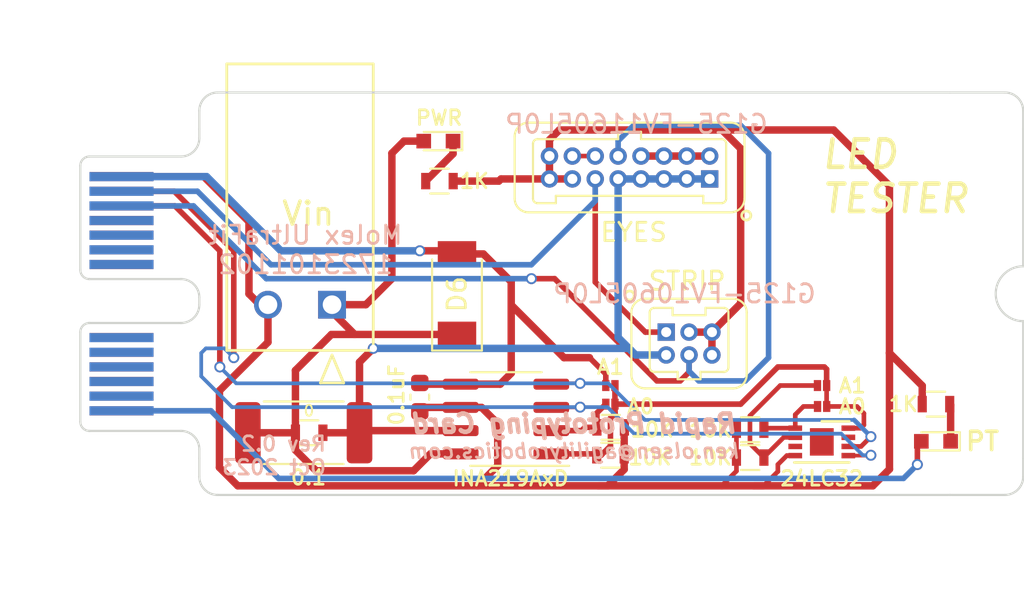
<source format=kicad_pcb>
(kicad_pcb (version 20211014) (generator pcbnew)
  (title_block (title "Beetje 32U4 Blok") (date "2018-08-10") (rev "0.0") (company "www.MakersBox.us") (comment 1 "648.ken@gmail.com"))
  (layers (0 "F.Cu" signal) (31 "B.Cu" signal) (34 "B.Paste" user) (35 "F.Paste" user) (36 "B.SilkS" user "B.Silkscreen") (37 "F.SilkS" user "F.Silkscreen") (38 "B.Mask" user) (39 "F.Mask" user) (44 "Edge.Cuts" user))
  (net 0 "")
  (net 1 "/10")
  (net 2 "/LED2")
  (net 3 "/05")
  (net 4 "/06")
  (net 5 "/07")
  (net 6 "/08")
  (net 7 "/09")
  (net 8 "/11")
  (net 9 "/12")
  (net 10 "/18")
  (net 11 "/19")
  (net 12 "/20")
  (net 13 "/Vin")
  (net 14 "GND")
  (net 15 "+5V")
  (net 16 "/LED1")
  (net 17 "Net-(D1-Pad1)")
  (net 18 "/PT1_P")
  (net 20 "/PT2_P")
  (net 21 "/VSS")
  (net 22 "/04")
  (net 23 "/13")
  (net 24 "/14")
  (net 25 "/15")
  (net 26 "/16")
  (net 27 "/17")
  (net 28 "/SCL")
  (net 29 "/SDA")
  (net 30 "/D_IN")
  (net 31 "/03")
  (net 32 "Net-(X1-Pad10)")
  (net 33 "Net-(D4-Pad1)")
  (net 34 "Net-(U2-Pad2)")
  (net 35 "Net-(U1-Pad1)")
  (net 36 "Net-(U1-Pad2)")
  (footprint "footprints:MEC8-113-CARD_2" (layer "F.Cu") (at 0 -0.1 90)
    (fp_text reference "X0" hide)
    (fp_text value "Card Edge")
    (fp_line (start 17.5 0.5) (end 17.5 5.5) (layer "Edge.Cuts") (width 0.12))
    (fp_line (start 2.5 0.5) (end 2.5 5.5) (layer "Edge.Cuts") (width 0.12))
    (fp_line (start 9.4 6.5) (end 9.8 6.5) (layer "Edge.Cuts") (width 0.12))
    (fp_line (start 11.5 51.5) (end 19 51.5) (layer "Edge.Cuts") (width 0.12))
    (fp_line (start 1 6.5) (end 1.5 6.5) (layer "Edge.Cuts") (width 0.12))
    (fp_line (start 19 51.5) (end 20 51.5) (layer "Edge.Cuts") (width 0.12))
    (fp_line (start 3 0) (end 7.9 0) (layer "Edge.Cuts") (width 0.12))
    (fp_line (start 10.8 5.5) (end 10.8 0.5) (layer "Edge.Cuts") (width 0.12))
    (fp_line (start -1 50.5) (end -1 47.5) (layer "Edge.Cuts") (width 0.12))
    (fp_line (start 8.4 0.5) (end 8.4 5.5) (layer "Edge.Cuts") (width 0.12))
    (fp_line (start 17 0) (end 11.3 0) (layer "Edge.Cuts") (width 0.12))
    (fp_line (start 18.5 6.5) (end 19 6.5) (layer "Edge.Cuts") (width 0.12))
    (fp_line (start 0 6.5) (end 1 6.5) (layer "Edge.Cuts") (width 0.12))
    (fp_line (start 21 50.5) (end 21 47.5) (layer "Edge.Cuts") (width 0.12))
    (fp_line (start 8.5 51.5) (end 1 51.5) (layer "Edge.Cuts") (width 0.12))
    (fp_line (start -1 47.5) (end -1 7.5) (layer "Edge.Cuts") (width 0.12))
    (fp_line (start 0 51.5) (end 1 51.5) (layer "Edge.Cuts") (width 0.12))
    (fp_line (start 19 6.5) (end 20 6.5) (layer "Edge.Cuts") (width 0.12))
    (fp_line (start 21 7.5) (end 21 47.5) (layer "Edge.Cuts") (width 0.12))
    (fp_arc (start 9.4 6.5) (mid 8.692893 6.207107) (end 8.4 5.5) (layer "Edge.Cuts") (width 0.12))
    (fp_arc (start 17 0) (mid 17.353553 0.146447) (end 17.5 0.5) (layer "Edge.Cuts") (width 0.12))
    (fp_arc (start 8.5 51.5) (mid 10 50) (end 11.5 51.5) (layer "Edge.Cuts") (width 0.12))
    (fp_arc (start 10.8 5.5) (mid 10.507107 6.207107) (end 9.8 6.5) (layer "Edge.Cuts") (width 0.12))
    (fp_arc (start -1 7.5) (mid -0.707107 6.792893) (end 0 6.5) (layer "Edge.Cuts") (width 0.12))
    (fp_arc (start 7.9 0) (mid 8.253553 0.146447) (end 8.4 0.5) (layer "Edge.Cuts") (width 0.12))
    (fp_arc (start 20 6.5) (mid 20.707107 6.792893) (end 21 7.5) (layer "Edge.Cuts") (width 0.12))
    (fp_arc (start 21 50.5) (mid 20.707107 51.207107) (end 20 51.5) (layer "Edge.Cuts") (width 0.12))
    (fp_arc (start 2.5 5.5) (mid 2.207107 6.207107) (end 1.5 6.5) (layer "Edge.Cuts") (width 0.12))
    (fp_arc (start 18.5 6.5) (mid 17.792893 6.207107) (end 17.5 5.5) (layer "Edge.Cuts") (width 0.12))
    (fp_arc (start 10.8 0.5) (mid 10.946447 0.146447) (end 11.3 0) (layer "Edge.Cuts") (width 0.12))
    (fp_arc (start 2.5 0.5) (mid 2.646447 0.146447) (end 3 0) (layer "Edge.Cuts") (width 0.12))
    (fp_arc (start 0 51.5) (mid -0.707107 51.207107) (end -1 50.5) (layer "Edge.Cuts") (width 0.12))
    (pad "1" smd rect locked (at 3.6 2.25 90) (size 0.5 3.5) (layers "B.Cu" "B.Paste" "B.Mask") (net 16 "/LED1"))
    (pad "2" smd rect locked (at 4.4 2.25 90) (size 0.5 3.5) (layers "B.Cu" "B.Paste" "B.Mask") (net 2 "/LED2"))
    (pad "3" smd rect locked (at 5.2 2.25 90) (size 0.5 3.5) (layers "B.Cu" "B.Paste" "B.Mask") (net 31 "/03"))
    (pad "4" smd rect locked (at 6 2.25 90) (size 0.5 3.5) (layers "B.Cu" "B.Paste" "B.Mask") (net 22 "/04"))
    (pad "5" smd rect locked (at 6.8 2.25 90) (size 0.5 3.5) (layers "B.Cu" "B.Paste" "B.Mask") (net 3 "/05"))
    (pad "6" smd rect locked (at 7.6 2.25 90) (size 0.5 3.5) (layers "B.Cu" "B.Paste" "B.Mask") (net 4 "/06"))
    (pad "7" smd rect locked (at 11.6 2.25 90) (size 0.5 3.5) (layers "B.Cu" "B.Paste" "B.Mask") (net 5 "/07"))
    (pad "8" smd rect locked (at 12.4 2.25 90) (size 0.5 3.5) (layers "B.Cu" "B.Paste" "B.Mask") (net 6 "/08"))
    (pad "9" smd rect locked (at 13.2 2.25 90) (size 0.5 3.5) (layers "B.Cu" "B.Paste" "B.Mask") (net 7 "/09"))
    (pad "10" smd rect locked (at 14 2.25 90) (size 0.5 3.5) (layers "B.Cu" "B.Paste" "B.Mask") (net 1 "/10"))
    (pad "11" smd rect locked (at 14.8 2.25 90) (size 0.5 3.5) (layers "B.Cu" "B.Paste" "B.Mask") (net 18 "/PT1_P"))
    (pad "12" smd rect locked (at 15.6 2.25 90) (size 0.5 3.5) (layers "B.Cu" "B.Paste" "B.Mask") (net 30 "/D_IN"))
    (pad "13" smd rect locked (at 16.4 2.25 90) (size 0.5 3.5) (layers "B.Cu" "B.Paste" "B.Mask") (net 15 "+5V"))
    (pad "14" smd rect locked (at 3.6 2.25 90) (size 0.5 3.5) (layers "F.Cu" "F.Paste" "F.Mask") (net 8 "/11"))
    (pad "15" smd rect locked (at 4.4 2.25 90) (size 0.5 3.5) (layers "F.Cu" "F.Paste" "F.Mask") (net 9 "/12"))
    (pad "16" smd rect locked (at 5.2 2.25 90) (size 0.5 3.5) (layers "F.Cu" "F.Paste" "F.Mask") (net 23 "/13"))
    (pad "17" smd rect locked (at 6 2.25 90) (size 0.5 3.5) (layers "F.Cu" "F.Paste" "F.Mask") (net 24 "/14"))
    (pad "18" smd rect locked (at 6.8 2.25 90) (size 0.5 3.5) (layers "F.Cu" "F.Paste" "F.Mask") (net 25 "/15"))
    (pad "19" smd rect locked (at 7.6 2.25 90) (size 0.5 3.5) (layers "F.Cu" "F.Paste" "F.Mask") (net 26 "/16"))
    (pad "20" smd rect locked (at 11.6 2.25 90) (size 0.5 3.5) (layers "F.Cu" "F.Paste" "F.Mask") (net 27 "/17"))
    (pad "21" smd rect locked (at 12.4 2.25 90) (size 0.5 3.5) (layers "F.Cu" "F.Paste" "F.Mask") (net 10 "/18"))
    (pad "22" smd rect locked (at 13.2 2.25 90) (size 0.5 3.5) (layers "F.Cu" "F.Paste" "F.Mask") (net 11 "/19"))
    (pad "23" smd rect locked (at 14 2.25 90) (size 0.5 3.5) (layers "F.Cu" "F.Paste" "F.Mask") (net 12 "/20"))
    (pad "24" smd rect locked (at 14.8 2.25 90) (size 0.5 3.5) (layers "F.Cu" "F.Paste" "F.Mask") (net 28 "/SCL"))
    (pad "25" smd rect locked (at 15.6 2.25 90) (size 0.5 3.5) (layers "F.Cu" "F.Paste" "F.Mask") (net 29 "/SDA"))
    (pad "26" smd rect locked (at 16.4 2.25 90) (size 0.5 3.5) (layers "F.Cu" "F.Paste" "F.Mask") (net 14 "GND"))
  )
  (footprint "Capacitor_SMD:C_0603_1608Metric" (layer "F.Cu") (at 18.542 -4.445 -90)
    (fp_text reference "C1" hide)
    (fp_text value "0.1uF" (at -0.127 1.27 90) (layer "F.SilkS") (effects (font (size 0.8 0.8))))
    (fp_line (start -0.14058 0.51) (end 0.14058 0.51) (layer "F.SilkS") (width 0.12))
    (fp_line (start -0.14058 -0.51) (end 0.14058 -0.51) (layer "F.SilkS") (width 0.12))
    (pad "1" smd roundrect locked (at -0.775 0 270) (size 0.9 0.95) (layers "F.Cu" "F.Paste" "F.Mask") (net 15 "+5V"))
    (pad "2" smd roundrect locked (at 0.775 0 270) (size 0.9 0.95) (layers "F.Cu" "F.Paste" "F.Mask") (net 14 "GND"))
  )
  (footprint "footprints:R_0603" (layer "F.Cu") (at 12.5 -2.5 180)
    (fp_text reference "R8")
    (fp_text value "0" (at 0.0125 1.2 180) (layer "F.SilkS") (effects (font (size 0.6 0.6) (thickness 0.1))))
    (fp_line (start -0.5 -0.68) (end 0.5 -0.68) (layer "F.SilkS") (width 0.12))
    (fp_line (start 0.5 0.68) (end -0.5 0.68) (layer "F.SilkS") (width 0.12))
    (pad "1" smd rect locked (at -0.75 0 180) (size 0.5 0.9) (layers "F.Cu" "F.Paste" "F.Mask") (net 21 "/VSS"))
    (pad "2" smd rect locked (at 0.75 0 180) (size 0.5 0.9) (layers "F.Cu" "F.Paste" "F.Mask") (net 13 "/Vin"))
  )
  (footprint "footprints:Ultrafit2P" (layer "F.Cu") (at 13.75 -9.5 180)
    (fp_text reference "J4" hide)
    (fp_text value "Vin" (at 1.304 4.978 180) (layer "F.SilkS") (effects (font (size 1.25 1.25) (thickness 0.2))))
    (fp_line (start -2.250008 13.16) (end 5.749976 13.16) (layer "F.SilkS") (width 0.1524))
    (fp_line (start 5.749976 -2.500003) (end -2.250008 -2.500003) (layer "F.SilkS") (width 0.1524))
    (fp_line (start 0 -2.754003) (end 0.635 -4.278002) (layer "F.SilkS") (width 0.1524))
    (fp_line (start -2.250008 -2.500003) (end -2.250008 13.16) (layer "F.SilkS") (width 0.1524))
    (fp_line (start 5.749976 13.16) (end 5.749976 -2.500003) (layer "F.SilkS") (width 0.1524))
    (fp_line (start 0.635 -4.278002) (end -0.635 -4.278002) (layer "F.SilkS") (width 0.1524))
    (fp_line (start -0.635 -4.278002) (end 0 -2.754003) (layer "F.SilkS") (width 0.1524))
    (pad "" np_thru_hole circle locked (at 1.75 7.91 180) (size 3.048 3.048) (drill 3.048) (layers *.Cu *.Mask))
    (pad "1" thru_hole rect locked (at 0 0 180) (size 1.52 1.52) (drill 1.016) (layers *.Cu *.Mask) (net 13 "/Vin"))
    (pad "2" thru_hole circle locked (at 3.500001 0 180) (size 1.52 1.52) (drill 1.016) (layers *.Cu *.Mask) (net 14 "GND"))
  )
  (footprint "Resistor_SMD:R_2512_6332Metric_Pad1.40x3.35mm_HandSolder" (layer "F.Cu") (at 12.2 -2.5 180)
    (fp_text reference "R6" hide)
    (fp_text value "0.1" (at -0.2625 -2.45) (layer "F.SilkS") (effects (font (size 0.8 0.8))))
    (fp_line (start -2.177064 1.71) (end 2.177064 1.71) (layer "F.SilkS") (width 0.12))
    (fp_line (start -2.177064 -1.71) (end 2.177064 -1.71) (layer "F.SilkS") (width 0.12))
    (pad "1" smd roundrect locked (at -3.05 0 180) (size 1.4 3.35) (layers "F.Cu" "F.Paste" "F.Mask") (roundrect_rratio 0.178571) (net 21 "/VSS"))
    (pad "2" smd roundrect locked (at 3.05 0 180) (size 1.4 3.35) (layers "F.Cu" "F.Paste" "F.Mask") (roundrect_rratio 0.178571) (net 13 "/Vin"))
  )
  (footprint "Package_SO:SOIC-8_3.9x4.9mm_P1.27mm" (layer "F.Cu") (at 23.25 -3.25 180)
    (fp_text reference "U2" hide)
    (fp_text value "INA219AxD" (at -0.25 -3.25) (layer "F.SilkS") (effects (font (size 0.8 0.8))))
    (fp_line (start 0 2.56) (end 1.95 2.56) (layer "F.SilkS") (width 0.12))
    (fp_line (start 0 -2.56) (end 1.95 -2.56) (layer "F.SilkS") (width 0.12))
    (fp_line (start 0 -2.56) (end -3.45 -2.56) (layer "F.SilkS") (width 0.12))
    (fp_line (start 0 2.56) (end -1.95 2.56) (layer "F.SilkS") (width 0.12))
    (pad "1" smd roundrect locked (at -2.475 -1.905 180) (size 1.95 0.6) (layers "F.Cu" "F.Paste" "F.Mask") (net 15 "+5V"))
    (pad "2" smd roundrect locked (at -2.475 -0.635 180) (size 1.95 0.6) (layers "F.Cu" "F.Paste" "F.Mask") (net 34 "Net-(U2-Pad2)"))
    (pad "3" smd roundrect locked (at -2.475 0.635 180) (size 1.95 0.6) (layers "F.Cu" "F.Paste" "F.Mask") (net 29 "/SDA"))
    (pad "4" smd roundrect locked (at -2.475 1.905 180) (size 1.95 0.6) (layers "F.Cu" "F.Paste" "F.Mask") (net 28 "/SCL"))
    (pad "5" smd roundrect locked (at 2.475 1.905 180) (size 1.95 0.6) (layers "F.Cu" "F.Paste" "F.Mask") (net 15 "+5V"))
    (pad "6" smd roundrect locked (at 2.475 0.635 180) (size 1.95 0.6) (layers "F.Cu" "F.Paste" "F.Mask") (net 14 "GND"))
    (pad "7" smd roundrect locked (at 2.475 -0.635 180) (size 1.95 0.6) (layers "F.Cu" "F.Paste" "F.Mask") (net 21 "/VSS"))
    (pad "8" smd roundrect locked (at 2.475 -1.905 180) (size 1.95 0.6) (layers "F.Cu" "F.Paste" "F.Mask") (net 13 "/Vin"))
  )
  (footprint "footprints:DFN-8-1EP_3x2mm" (layer "F.Cu") (at 40.5 -2)
    (fp_text reference "U1" hide)
    (fp_text value "24LC32" (at 0 2 180) (layer "F.SilkS") (effects (font (size 0.8 0.8))))
    (fp_line (start -1.5 1.125) (end 1.5 1.125) (layer "F.SilkS") (width 0.15))
    (fp_line (start 0 -1.125) (end 1.5 -1.125) (layer "F.SilkS") (width 0.15))
    (pad "1" smd rect locked (at -1.45 -0.75) (size 0.75 0.3) (layers "F.Cu" "F.Paste" "F.Mask") (net 35 "Net-(U1-Pad1)"))
    (pad "2" smd rect locked (at -1.45 -0.25) (size 0.75 0.3) (layers "F.Cu" "F.Paste" "F.Mask") (net 36 "Net-(U1-Pad2)"))
    (pad "3" smd rect locked (at -1.45 0.25) (size 0.75 0.3) (layers "F.Cu" "F.Paste" "F.Mask"))
    (pad "4" smd rect locked (at -1.45 0.75) (size 0.75 0.3) (layers "F.Cu" "F.Paste" "F.Mask") (net 14 "GND"))
    (pad "5" smd rect locked (at 1.45 0.75) (size 0.75 0.3) (layers "F.Cu" "F.Paste" "F.Mask") (net 29 "/SDA"))
    (pad "6" smd rect locked (at 1.45 0.25) (size 0.75 0.3) (layers "F.Cu" "F.Paste" "F.Mask") (net 28 "/SCL"))
    (pad "7" smd rect locked (at 1.45 -0.25) (size 0.75 0.3) (layers "F.Cu" "F.Paste" "F.Mask"))
    (pad "8" smd rect locked (at 1.45 -0.75) (size 0.75 0.3) (layers "F.Cu" "F.Paste" "F.Mask") (net 15 "+5V"))
    (pad "9" smd rect locked (at 0 0) (size 1.3 1.5) (layers "F.Cu" "F.Mask"))
  )
  (footprint "footprints:LED_0603" (layer "F.Cu") (at 19.558 -18.442 180)
    (fp_text reference "D4" hide)
    (fp_text value "PWR" (at -0.038 1.27 unlocked) (layer "F.SilkS") (effects (font (size 0.8 0.8))))
    (fp_line (start -1.3 0.5) (end 0.8 0.5) (layer "F.SilkS") (width 0.12))
    (fp_line (start -1.3 -0.5) (end 0.8 -0.5) (layer "F.SilkS") (width 0.12))
    (fp_line (start -1.3 -0.5) (end -1.3 0.5) (layer "F.SilkS") (width 0.12))
    (pad "1" smd rect locked (at -0.8 0) (size 0.8 0.8) (layers "F.Cu" "F.Paste" "F.Mask") (net 33 "Net-(D4-Pad1)"))
    (pad "2" smd rect locked (at 0.8 0) (size 0.8 0.8) (layers "F.Cu" "F.Paste" "F.Mask") (net 13 "/Vin"))
  )
  (footprint "footprints:R_0603" (layer "F.Cu") (at 19.616 -16.256 180)
    (fp_text reference "R9")
    (fp_text value "1K" (at -1.905 0) (layer "F.SilkS") (effects (font (size 0.8 0.8))))
    (fp_line (start -0.5 -0.68) (end 0.5 -0.68) (layer "F.SilkS") (width 0.12))
    (fp_line (start 0.5 0.68) (end -0.5 0.68) (layer "F.SilkS") (width 0.12))
    (pad "1" smd rect locked (at -0.75 0 180) (size 0.5 0.9) (layers "F.Cu" "F.Paste" "F.Mask") (net 14 "GND"))
    (pad "2" smd rect locked (at 0.75 0 180) (size 0.5 0.9) (layers "F.Cu" "F.Paste" "F.Mask") (net 33 "Net-(D4-Pad1)"))
  )
  (footprint "footprints:LED_0603" (layer "F.Cu") (at 46.736 -2.032 180)
    (fp_text reference "D1" hide)
    (fp_text value "PT" (at -2.54 0 unlocked) (layer "F.SilkS") (effects (font (thickness 0.2))))
    (fp_line (start -1.3 -0.5) (end -1.3 0.5) (layer "F.SilkS") (width 0.12))
    (fp_line (start -1.3 -0.5) (end 0.8 -0.5) (layer "F.SilkS") (width 0.12))
    (fp_line (start -1.3 0.5) (end 0.8 0.5) (layer "F.SilkS") (width 0.12))
    (pad "1" smd rect locked (at -0.8 0) (size 0.8 0.8) (layers "F.Cu" "F.Paste" "F.Mask") (net 17 "Net-(D1-Pad1)"))
    (pad "2" smd rect locked (at 0.8 0) (size 0.8 0.8) (layers "F.Cu" "F.Paste" "F.Mask") (net 16 "/LED1"))
  )
  (footprint "footprints:R_0603" (layer "F.Cu") (at 46.736 -4.064)
    (fp_text reference "R2")
    (fp_text value "1K" (at -1.778 0) (layer "F.SilkS") (effects (font (size 0.8 0.8))))
    (fp_line (start -0.5 -0.68) (end 0.5 -0.68) (layer "F.SilkS") (width 0.12))
    (fp_line (start 0.5 0.68) (end -0.5 0.68) (layer "F.SilkS") (width 0.12))
    (pad "1" smd rect locked (at -0.75 0) (size 0.5 0.9) (layers "F.Cu" "F.Paste" "F.Mask") (net 14 "GND"))
    (pad "2" smd rect locked (at 0.75 0) (size 0.5 0.9) (layers "F.Cu" "F.Paste" "F.Mask") (net 17 "Net-(D1-Pad1)"))
  )
  (footprint "footprints:Harwin_Gecko-G125-FVX0605L0X_2x03_P1.25mm_Vertical" (layer "F.Cu") (at 32 -8)
    (fp_text reference "X2")
    (fp_text value "STRIP" (at 1.147 -2.795) (layer "F.SilkS"))
    (fp_text user "G125-FV10605L0P" (at 1 -2.102) (layer "B.SilkS") (effects (justify mirror)))
    (fp_line (start -0.65 2.175) (end 0.625 2.175) (layer "F.SilkS") (width 0.12))
    (fp_line (start 4.4 -1.075) (end 4.4 2.325) (layer "F.SilkS") (width 0.12))
    (fp_line (start -0.9 -1.075) (end -0.9 1.925) (layer "F.SilkS") (width 0.12))
    (fp_line (start 2.15 -1.325) (end 3.15 -1.325) (layer "F.SilkS") (width 0.12))
    (fp_line (start -1.15 3.075) (end 3.65 3.075) (layer "F.SilkS") (width 0.12))
    (fp_line (start 1.875 2.575) (end 1.875 2.175) (layer "F.SilkS") (width 0.12))
    (fp_line (start 0.625 2.175) (end 0.625 2.575) (layer "F.SilkS") (width 0.12))
    (fp_line (start 1.875 2.175) (end 3.15 2.175) (layer "F.SilkS") (width 0.12))
    (fp_line (start 0.625 2.575) (end 1.875 2.575) (layer "F.SilkS") (width 0.12))
    (fp_line (start -0.65 -1.325) (end 0.35 -1.325) (layer "F.SilkS") (width 0.12))
    (fp_line (start -1.15 -1.825) (end 3.65 -1.825) (layer "F.SilkS") (width 0.12))
    (fp_line (start 3.4 -1.075) (end 3.4 1.925) (layer "F.SilkS") (width 0.12))
    (fp_line (start 2.15 -0.925) (end 2.15 -1.325) (layer "F.SilkS") (width 0.12))
    (fp_line (start 0.35 -0.925) (end 2.15 -0.925) (layer "F.SilkS") (width 0.12))
    (fp_line (start -1.9 -1.075) (end -1.9 2.325) (layer "F.SilkS") (width 0.12))
    (fp_line (start 0.35 -1.325) (end 0.35 -0.925) (layer "F.SilkS") (width 0.12))
    (fp_arc (start -1.15 3.075) (mid -1.68033 2.85533) (end -1.9 2.325) (layer "F.SilkS") (width 0.12))
    (fp_arc (start -0.65 2.175) (mid -0.826777 2.101777) (end -0.9 1.925) (layer "F.SilkS") (width 0.12))
    (fp_arc (start 3.4 1.925) (mid 3.326777 2.101777) (end 3.15 2.175) (layer "F.SilkS") (width 0.12))
    (fp_arc (start -0.9 -1.075) (mid -0.826777 -1.251777) (end -0.65 -1.325) (layer "F.SilkS") (width 0.12))
    (fp_arc (start 3.65 -1.825) (mid 4.18033 -1.60533) (end 4.4 -1.075) (layer "F.SilkS") (width 0.12))
    (fp_arc (start 4.4 2.325) (mid 4.18033 2.85533) (end 3.65 3.075) (layer "F.SilkS") (width 0.12))
    (fp_arc (start 3.15 -1.325) (mid 3.326777 -1.251777) (end 3.4 -1.075) (layer "F.SilkS") (width 0.12))
    (fp_arc (start -1.9 -1.075) (mid -1.68033 -1.60533) (end -1.15 -1.825) (layer "F.SilkS") (width 0.12))
    (fp_circle (center -2 -2) (end -1.75 -2) (layer "F.SilkS") (width 0.15) (fill none))
    (pad "1" thru_hole rect locked (at 0 0) (size 0.95 0.95) (drill 0.55) (layers *.Cu *.Mask) (net 30 "/D_IN"))
    (pad "2" thru_hole circle locked (at 1.25 0) (size 0.95 0.95) (drill 0.55) (layers *.Cu *.Mask) (net 14 "GND"))
    (pad "3" thru_hole circle locked (at 2.5 0) (size 0.95 0.95) (drill 0.55) (layers *.Cu *.Mask) (net 14 "GND"))
    (pad "4" thru_hole circle locked (at 0 1.25) (size 0.95 0.95) (drill 0.55) (layers *.Cu *.Mask) (net 21 "/VSS"))
    (pad "5" thru_hole circle locked (at 1.25 1.25) (size 0.95 0.95) (drill 0.55) (layers *.Cu *.Mask) (net 18 "/PT1_P"))
    (pad "6" thru_hole circle locked (at 2.5 1.25) (size 0.95 0.95) (drill 0.55) (layers *.Cu *.Mask) (net 14 "GND"))
  )
  (footprint "Diode_SMD:D_SOD-128" (layer "F.Cu") (at 20.574 -10.074 90)
    (fp_text reference "D6" (at 0 0 90) (layer "F.SilkS"))
    (fp_text value "D")
    (fp_line (start -3.08 -1.36) (end -3.08 1.36) (layer "F.SilkS") (width 0.12))
    (fp_line (start -3.08 1.36) (end 1.9 1.36) (layer "F.SilkS") (width 0.12))
    (fp_line (start -3.08 -1.36) (end 1.9 -1.36) (layer "F.SilkS") (width 0.12))
    (pad "1" smd rect (at -2.2 0 90) (size 1.4 2.1) (layers "F.Cu" "F.Paste" "F.Mask") (net 13 "/Vin"))
    (pad "2" smd rect (at 2.2 0 90) (size 1.4 2.1) (layers "F.Cu" "F.Paste" "F.Mask") (net 15 "+5V"))
  )
  (footprint "footprints:Jumper" (layer "F.Cu") (at 28.952 -4.064)
    (fp_text reference "A0" (at 1.655 0.127) (layer "F.SilkS") (effects (font (size 0.8 0.8))))
    (fp_text value "Jumper")
    (pad "1" smd rect (at -0.25 0) (size 0.4 0.6) (layers "F.Cu" "F.Paste" "F.Mask") (net 34 "Net-(U2-Pad2)") (clearance 0.1))
    (pad "2" smd rect (at 0.25 0) (size 0.4 0.6) (layers "F.Cu" "F.Paste" "F.Mask") (net 15 "+5V") (clearance 0.1))
  )
  (footprint "footprints:R_0603" (layer "F.Cu") (at 28.956 -1.27)
    (fp_text reference "R3")
    (fp_text value "10K" (at 2.159 0.127 180) (layer "F.SilkS") (effects (font (size 0.8 0.8))))
    (fp_line (start 0.5 0.68) (end -0.5 0.68) (layer "F.SilkS") (width 0.12))
    (fp_line (start -0.5 -0.68) (end 0.5 -0.68) (layer "F.SilkS") (width 0.12))
    (pad "1" smd rect (at -0.75 0) (size 0.5 0.9) (layers "F.Cu" "F.Paste" "F.Mask") (net 15 "+5V"))
    (pad "2" smd rect (at 0.75 0) (size 0.5 0.9) (layers "F.Cu" "F.Paste" "F.Mask") (net 14 "GND"))
  )
  (footprint "footprints:R_0603" (layer "F.Cu") (at 28.968 -2.794)
    (fp_text reference "R1")
    (fp_text value "10K" (at 2.274 0.127 180) (layer "F.SilkS") (effects (font (size 0.8 0.8))))
    (fp_line (start -0.5 -0.68) (end 0.5 -0.68) (layer "F.SilkS") (width 0.12))
    (fp_line (start 0.5 0.68) (end -0.5 0.68) (layer "F.SilkS") (width 0.12))
    (pad "1" smd rect (at -0.75 0) (size 0.5 0.9) (layers "F.Cu" "F.Paste" "F.Mask") (net 34 "Net-(U2-Pad2)"))
    (pad "2" smd rect (at 0.75 0) (size 0.5 0.9) (layers "F.Cu" "F.Paste" "F.Mask") (net 14 "GND"))
  )
  (footprint "footprints:R_0603" (layer "F.Cu") (at 36.588 -1.143 180)
    (fp_text reference "R5")
    (fp_text value "10K" (at 2.171 0) (layer "F.SilkS") (effects (font (size 0.8 0.8))))
    (fp_line (start -0.5 -0.68) (end 0.5 -0.68) (layer "F.SilkS") (width 0.12))
    (fp_line (start 0.5 0.68) (end -0.5 0.68) (layer "F.SilkS") (width 0.12))
    (pad "1" smd rect (at -0.75 0 180) (size 0.5 0.9) (layers "F.Cu" "F.Paste" "F.Mask") (net 36 "Net-(U1-Pad2)"))
    (pad "2" smd rect (at 0.75 0 180) (size 0.5 0.9) (layers "F.Cu" "F.Paste" "F.Mask") (net 14 "GND"))
  )
  (footprint "footprints:R_0603" (layer "F.Cu") (at 36.588 -2.667 180)
    (fp_text reference "R4")
    (fp_text value "10K" (at 2.171 0) (layer "F.SilkS") (effects (font (size 0.8 0.8))))
    (fp_line (start 0.5 0.68) (end -0.5 0.68) (layer "F.SilkS") (width 0.12))
    (fp_line (start -0.5 -0.68) (end 0.5 -0.68) (layer "F.SilkS") (width 0.12))
    (pad "1" smd rect (at -0.75 0 180) (size 0.5 0.9) (layers "F.Cu" "F.Paste" "F.Mask") (net 35 "Net-(U1-Pad1)"))
    (pad "2" smd rect (at 0.75 0 180) (size 0.5 0.9) (layers "F.Cu" "F.Paste" "F.Mask") (net 14 "GND"))
  )
  (footprint "footprints:Jumper" (layer "F.Cu") (at 28.952 -5.08)
    (fp_text reference "A1" (at 0.004 -1.016) (layer "F.SilkS") (effects (font (size 0.8 0.8))))
    (fp_text value "Jumper")
    (pad "1" smd rect (at -0.25 0) (size 0.4 0.6) (layers "F.Cu" "F.Paste" "F.Mask") (net 15 "+5V") (clearance 0.1))
    (pad "2" smd rect (at 0.25 0) (size 0.4 0.6) (layers "F.Cu" "F.Paste" "F.Mask") (net 15 "+5V") (clearance 0.1))
  )
  (footprint "footprints:Harwin_Gecko-G125-FVX1605L0X_2x08_P1.25mm_Vertical" (layer "F.Cu") (at 34.375 -16.375 180)
    (fp_text reference "X1" hide)
    (fp_text value "EYES" (at 4.149 -2.913) (layer "F.SilkS"))
    (fp_text user "G125-FV11605L0P" (at 4 3) (layer "B.SilkS") (effects (justify mirror)))
    (fp_line (start 9.65 -1.075) (end 9.65 1.925) (layer "F.SilkS") (width 0.12))
    (fp_line (start 3.75 2.575) (end 5 2.575) (layer "F.SilkS") (width 0.12))
    (fp_line (start -1.15 3.075) (end 9.9 3.075) (layer "F.SilkS") (width 0.12))
    (fp_line (start -0.9 -1.075) (end -0.9 1.925) (layer "F.SilkS") (width 0.12))
    (fp_line (start -1.15 -1.825) (end 9.9 -1.825) (layer "F.SilkS") (width 0.12))
    (fp_line (start -0.65 2.175) (end 3.75 2.175) (layer "F.SilkS") (width 0.12))
    (fp_line (start 8.4 -0.925) (end 8.4 -1.325) (layer "F.SilkS") (width 0.12))
    (fp_line (start 10.65 -1.075) (end 10.65 2.325) (layer "F.SilkS") (width 0.12))
    (fp_line (start 5 2.175) (end 9.4 2.175) (layer "F.SilkS") (width 0.12))
    (fp_line (start 8.4 -1.325) (end 9.4 -1.325) (layer "F.SilkS") (width 0.12))
    (fp_line (start -1.9 -1.075) (end -1.9 2.325) (layer "F.SilkS") (width 0.12))
    (fp_line (start 0.35 -0.925) (end 8.4 -0.925) (layer "F.SilkS") (width 0.12))
    (fp_line (start 5 2.575) (end 5 2.175) (layer "F.SilkS") (width 0.12))
    (fp_line (start 0.35 -1.325) (end 0.35 -0.925) (layer "F.SilkS") (width 0.12))
    (fp_line (start 3.75 2.175) (end 3.75 2.575) (layer "F.SilkS") (width 0.12))
    (fp_line (start -0.65 -1.325) (end 0.35 -1.325) (layer "F.SilkS") (width 0.12))
    (fp_arc (start -1.9 -1.075) (mid -1.68033 -1.60533) (end -1.15 -1.825) (layer "F.SilkS") (width 0.12))
    (fp_arc (start 9.4 -1.325) (mid 9.576777 -1.251777) (end 9.65 -1.075) (layer "F.SilkS") (width 0.12))
    (fp_arc (start 9.9 -1.825) (mid 10.43033 -1.60533) (end 10.65 -1.075) (layer "F.SilkS") (width 0.12))
    (fp_arc (start 9.65 1.925) (mid 9.576777 2.101777) (end 9.4 2.175) (layer "F.SilkS") (width 0.12))
    (fp_arc (start -0.65 2.175) (mid -0.826777 2.101777) (end -0.9 1.925) (layer "F.SilkS") (width 0.12))
    (fp_arc (start 10.65 2.325) (mid 10.43033 2.85533) (end 9.9 3.075) (layer "F.SilkS") (width 0.12))
    (fp_arc (start -0.9 -1.075) (mid -0.826777 -1.251777) (end -0.65 -1.325) (layer "F.SilkS") (width 0.12))
    (fp_arc (start -1.15 3.075) (mid -1.68033 2.85533) (end -1.9 2.325) (layer "F.SilkS") (width 0.12))
    (fp_circle (center -2 -2) (end -1.75 -2) (layer "F.SilkS") (width 0.15) (fill none))
    (pad "1" thru_hole rect locked (at 0 0 180) (size 0.95 0.95) (drill 0.55) (layers *.Cu *.Mask) (net 21 "/VSS"))
    (pad "2" thru_hole circle locked (at 1.25 0 180) (size 0.95 0.95) (drill 0.55) (layers *.Cu *.Mask) (net 21 "/VSS"))
    (pad "3" thru_hole circle locked (at 2.5 0 180) (size 0.95 0.95) (drill 0.55) (layers *.Cu *.Mask) (net 21 "/VSS"))
    (pad "4" thru_hole circle locked (at 3.75 0 180) (size 0.95 0.95) (drill 0.55) (layers *.Cu *.Mask) (net 21 "/VSS"))
    (pad "5" thru_hole circle locked (at 5 0 180) (size 0.95 0.95) (drill 0.55) (layers *.Cu *.Mask) (net 21 "/VSS"))
    (pad "6" thru_hole circle locked (at 6.25 0 180) (size 0.95 0.95) (drill 0.55) (layers *.Cu *.Mask) (net 30 "/D_IN"))
    (pad "7" thru_hole circle locked (at 7.5 0 180) (size 0.95 0.95) (drill 0.55) (layers *.Cu *.Mask) (net 14 "GND"))
    (pad "8" thru_hole circle locked (at 8.75 0 180) (size 0.95 0.95) (drill 0.55) (layers *.Cu *.Mask) (net 14 "GND"))
    (pad "9" thru_hole circle locked (at 0 1.25 180) (size 0.95 0.95) (drill 0.55) (layers *.Cu *.Mask) (net 32 "Net-(X1-Pad10)"))
    (pad "10" thru_hole circle locked (at 1.25 1.25 180) (size 0.95 0.95) (drill 0.55) (layers *.Cu *.Mask) (net 32 "Net-(X1-Pad10)"))
    (pad "11" thru_hole circle locked (at 2.5 1.25 180) (size 0.95 0.95) (drill 0.55) (layers *.Cu *.Mask) (net 32 "Net-(X1-Pad10)"))
    (pad "12" thru_hole circle locked (at 3.75 1.25 180) (size 0.95 0.95) (drill 0.55) (layers *.Cu *.Mask) (net 32 "Net-(X1-Pad10)"))
    (pad "13" thru_hole circle locked (at 5 1.25 180) (size 0.95 0.95) (drill 0.55) (layers *.Cu *.Mask) (net 18 "/PT1_P"))
    (pad "14" thru_hole circle locked (at 6.25 1.25 180) (size 0.95 0.95) (drill 0.55) (layers *.Cu *.Mask) (net 20 "/PT2_P"))
    (pad "15" thru_hole circle locked (at 7.5 1.25 180) (size 0.95 0.95) (drill 0.55) (layers *.Cu *.Mask) (net 20 "/PT2_P"))
    (pad "16" thru_hole circle locked (at 8.75 1.25 180) (size 0.95 0.95) (drill 0.55) (layers *.Cu *.Mask) (net 14 "GND"))
  )
  (footprint "footprints:Jumper" (layer "F.Cu") (at 40.517 -3.937 180)
    (fp_text reference "A2" hide)
    (fp_text value "A0" (at -1.647 0) (layer "F.SilkS") (effects (font (size 0.8 0.8))))
    (pad "1" smd rect (at -0.25 0 180) (size 0.4 0.6) (layers "F.Cu" "F.Paste" "F.Mask") (net 15 "+5V") (clearance 0.1))
    (pad "2" smd rect (at 0.25 0 180) (size 0.4 0.6) (layers "F.Cu" "F.Paste" "F.Mask") (net 35 "Net-(U1-Pad1)") (clearance 0.1))
  )
  (footprint "footprints:Jumper" (layer "F.Cu") (at 40.513 -5.08 180)
    (fp_text reference "A3" hide)
    (fp_text value "A1" (at -1.651 0) (layer "F.SilkS") (effects (font (size 0.8 0.8))))
    (pad "1" smd rect (at -0.25 0 180) (size 0.4 0.6) (layers "F.Cu" "F.Paste" "F.Mask") (net 15 "+5V") (clearance 0.1))
    (pad "2" smd rect (at 0.25 0 180) (size 0.4 0.6) (layers "F.Cu" "F.Paste" "F.Mask") (net 36 "Net-(U1-Pad2)") (clearance 0.1))
  )
  (gr_text "ken.olsen@agilityrobotics.com" (at 27 -1.5) (layer "B.SilkS") (effects (font (size 0.8 0.8) (thickness 0.15) italic) (justify mirror)))
  (gr_text "Rev 0.2\nOct 2023" (at 13.5 -1.25) (layer "B.SilkS") (effects (font (size 0.8 0.8)) (justify left mirror)))
  (gr_text "Rapid Prototyping Card" (at 27 -3) (layer "B.SilkS") (effects (font (size 1 1) (thickness 0.25) italic) (justify mirror)))
  (gr_text "Molex UltraFit\n1723101102" (at 12.3 -12.5) (layer "B.SilkS") (effects (font (size 1 1)) (justify mirror)))
  (gr_text "LED \nTESTER" (at 40.386 -16.51) (layer "F.SilkS") (effects (font (size 1.5 1.5) (thickness 0.25) italic) (justify left)))
  (segment (start 17.68 -18.442) (end 18.758 -18.442) (width 0.4064) (layer "F.Cu") (net 13))
  (segment (start 11.75 -2.5) (end 11.75 -5.908) (width 0.4064) (layer "F.Cu") (net 13))
  (segment (start 17.018 -17.78) (end 17.68 -18.442) (width 0.4064) (layer "F.Cu") (net 13))
  (segment (start 11.75 -2.5) (end 11.75 -1.55) (width 0.4064) (layer "F.Cu") (net 13))
  (segment (start 13.75 -9.11) (end 14.986 -7.874) (width 0.4064) (layer "F.Cu") (net 13))
  (segment (start 13.716 -7.874) (end 14.986 -7.874) (width 0.4064) (layer "F.Cu") (net 13))
  (segment (start 11.75 -2.5) (end 9.15 -2.5) (width 0.4064) (layer "F.Cu") (net 13))
  (segment (start 18.2018 -0.4218) (end 19.125 -1.345) (width 0.4064) (layer "F.Cu") (net 13))
  (segment (start 19.125 -1.345) (end 20.775 -1.345) (width 0.4064) (layer "F.Cu") (net 13))
  (segment (start 11.75 -5.908) (end 13.716 -7.874) (width 0.4064) (layer "F.Cu") (net 13))
  (segment (start 11.75 -1.55) (end 12.8782 -0.4218) (width 0.4064) (layer "F.Cu") (net 13))
  (segment (start 13.75 -9.5) (end 13.75 -9.11) (width 0.4064) (layer "F.Cu") (net 13))
  (segment (start 13.75 -9.5) (end 15.596 -9.5) (width 0.4064) (layer "F.Cu") (net 13))
  (segment (start 17.018 -10.922) (end 17.018 -17.78) (width 0.4064) (layer "F.Cu") (net 13))
  (segment (start 15.596 -9.5) (end 17.018 -10.922) (width 0.4064) (layer "F.Cu") (net 13))
  (segment (start 12.8782 -0.4218) (end 18.2018 -0.4218) (width 0.4064) (layer "F.Cu") (net 13))
  (segment (start 14.986 -7.874) (end 20.574 -7.874) (width 0.4064) (layer "F.Cu") (net 13))
  (segment (start 29.706 -1.27) (end 29.706 -2.782) (width 0.4064) (layer "F.Cu") (net 14))
  (segment (start 25.625 -18.513) (end 26.162 -19.05) (width 0.4064) (layer "F.Cu") (net 14))
  (segment (start 6.75 -16.5) (end 9.212 -14.038) (width 0.4064) (layer "F.Cu") (net 14))
  (segment (start 44.196 -16.002) (end 41.148 -19.05) (width 0.4064) (layer "F.Cu") (net 14))
  (segment (start 21.915 -3.885) (end 22.55 -3.25) (width 0.4064) (layer "F.Cu") (net 14))
  (segment (start 7.6 -0.6) (end 8.6 0.4) (width 0.4064) (layer "F.Cu") (net 14))
  (segment (start 18.757 -3.885) (end 18.542 -3.67) (width 0.4064) (layer "F.Cu") (net 14))
  (segment (start 28.81 0.4) (end 29.706 -0.496) (width 0.4064) (layer "F.Cu") (net 14))
  (segment (start 35.033 0.4) (end 36.8 0.4) (width 0.4064) (layer "F.Cu") (net 14))
  (segment (start 10.249999 -9.5) (end 9.804 -9.5) (width 0.4064) (layer "F.Cu") (net 14))
  (segment (start 10.249999 -9.5) (end 10.249999 -7.449999) (width 0.4064) (layer "F.Cu") (net 14))
  (segment (start 25.625 -16.375) (end 22.979 -16.375) (width 0.4064) (layer "F.Cu") (net 14))
  (segment (start 44.196 -6.858) (end 44.196 -16.002) (width 0.4064) (layer "F.Cu") (net 14))
  (segment (start 37.319 0.4) (end 37.3 0.4) (width 0.254) (layer "F.Cu") (net 14))
  (segment (start 38.588 -1.25) (end 38.1 -0.762) (width 0.254) (layer "F.Cu") (net 14))
  (segment (start 36.8 0.4) (end 43.288 0.4) (width 0.4064) (layer "F.Cu") (net 14))
  (segment (start 9.212 -10.092) (end 9.212 -14.038) (width 0.4064) (layer "F.Cu") (net 14))
  (segment (start 22.8 -3) (end 22.8 -0.7) (width 0.4064) (layer "F.Cu") (net 14))
  (segment (start 21.7 0.4) (end 28.302 0.4) (width 0.4064) (layer "F.Cu") (net 14))
  (segment (start 36.8 0.4) (end 37.3 0.4) (width 0.4064) (layer "F.Cu") (net 14))
  (segment (start 22.8 -0.7) (end 21.7 0.4) (width 0.4064) (layer "F.Cu") (net 14))
  (segment (start 38.1 -0.381) (end 37.319 0.4) (width 0.254) (layer "F.Cu") (net 14))
  (segment (start 38.1 -0.762) (end 38.1 -0.381) (width 0.254) (layer "F.Cu") (net 14))
  (segment (start 28.302 0.4) (end 28.81 0.4) (width 0.4064) (layer "F.Cu") (net 14))
  (segment (start 22.55 -3.25) (end 22.8 -3) (width 0.4064) (layer "F.Cu") (net 14))
  (segment (start 8.6 0.4) (end 21.7 0.4) (width 0.4064) (layer "F.Cu") (net 14))
  (segment (start 25.625 -17.625) (end 25.625 -18.513) (width 0.4064) (layer "F.Cu") (net 14))
  (segment (start 45.986 -5.068) (end 44.196 -6.858) (width 0.4064) (layer "F.Cu") (net 14))
  (segment (start 39.05 -1.25) (end 38.588 -1.25) (width 0.254) (layer "F.Cu") (net 14))
  (segment (start 25.625 -16.375) (end 25.625 -17.625) (width 0.4064) (layer "F.Cu") (net 14))
  (segment (start 22.86 -16.256) (end 20.366 -16.256) (width 0.4064) (layer "F.Cu") (net 14))
  (segment (start 43.288 0.4) (end 44.196 -0.508) (width 0.4064) (layer "F.Cu") (net 14))
  (segment (start 35.052 -19.05) (end 36.068 -18.034) (width 0.4064) (layer "F.Cu") (net 14))
  (segment (start 35.838 -0.405) (end 35.033 0.4) (width 0.254) (layer "F.Cu") (net 14))
  (segment (start 9.804 -9.5) (end 9.212 -10.092) (width 0.4064) (layer "F.Cu") (net 14))
  (segment (start 10.249999 -7.449999) (end 7.6 -4.8) (width 0.4064) (layer "F.Cu") (net 14))
  (segment (start 45.986 -4.064) (end 45.986 -5.068) (width 0.4064) (layer "F.Cu") (net 14))
  (segment (start 2.25 -16.5) (end 6.75 -16.5) (width 0.4064) (layer "F.Cu") (net 14))
  (segment (start 34.5 -6.75) (end 34.5 -8) (width 0.4064) (layer "F.Cu") (net 14))
  (segment (start 20.775 -3.885) (end 18.757 -3.885) (width 0.4064) (layer "F.Cu") (net 14))
  (segment (start 26.162 -19.05) (end 35.052 -19.05) (width 0.4064) (layer "F.Cu") (net 14))
  (segment (start 44.196 -0.508) (end 44.196 -6.858) (width 0.4064) (layer "F.Cu") (net 14))
  (segment (start 41.148 -19.05) (end 35.052 -19.05) (width 0.4064) (layer "F.Cu") (net 14))
  (segment (start 25.625 -16.375) (end 26.875 -16.375) (width 0.4064) (layer "F.Cu") (net 14))
  (segment (start 29.706 -0.496) (end 29.706 -1.27) (width 0.4064) (layer "F.Cu") (net 14))
  (segment (start 33.25 -8) (end 34.5 -8) (width 0.4064) (layer "F.Cu") (net 14))
  (segment (start 22.979 -16.375) (end 22.86 -16.256) (width 0.4064) (layer "F.Cu") (net 14))
  (segment (start 35.838 -2.667) (end 35.838 -1.143) (width 0.254) (layer "F.Cu") (net 14))
  (segment (start 7.6 -4.8) (end 7.6 -0.6) (width 0.4064) (layer "F.Cu") (net 14))
  (segment (start 35.838 -1.143) (end 35.838 -0.405) (width 0.254) (layer "F.Cu") (net 14))
  (segment (start 36.068 -18.034) (end 36.068 -9.568) (width 0.4064) (layer "F.Cu") (net 14))
  (segment (start 20.775 -3.885) (end 21.915 -3.885) (width 0.4064) (layer "F.Cu") (net 14))
  (segment (start 28.302 0.4) (end 35.033 0.4) (width 0.4064) (layer "F.Cu") (net 14))
  (segment (start 29.706 -2.782) (end 29.718 -2.794) (width 0.4064) (layer "F.Cu") (net 14))
  (segment (start 36.068 -9.568) (end 34.5 -8) (width 0.4064) (layer "F.Cu") (net 14))
  (segment (start 29.202 -4.064) (end 29.202 -5.08) (width 0.3048) (layer "F.Cu") (net 15))
  (segment (start 38.1 -6.096) (end 40.64 -6.096) (width 0.3048) (layer "F.Cu") (net 15))
  (segment (start 40.64 -6.096) (end 40.763 -5.973) (width 0.3048) (layer "F.Cu") (net 15))
  (segment (start 23.536 -10.754) (end 22.016 -12.274) (width 0.4064) (layer "F.Cu") (net 15))
  (segment (start 23.536 -9.484) (end 23.536 -10.754) (width 0.4064) (layer "F.Cu") (net 15))
  (segment (start 40.763 -5.08) (end 40.763 -3.941) (width 0.254) (layer "F.Cu") (net 15))
  (segment (start 42.628 -2.75) (end 42.799 -2.921) (width 0.254) (layer "F.Cu") (net 15))
  (segment (start 22.935 -5.155) (end 23.536 -5.756) (width 0.4064) (layer "F.Cu") (net 15))
  (segment (start 29.202 -4.064) (end 36.068 -4.064) (width 0.3048) (layer "F.Cu") (net 15))
  (segment (start 20.775 -5.155) (end 22.935 -5.155) (width 0.4064) (layer "F.Cu") (net 15))
  (segment (start 26.416 -6.604) (end 27.813 -6.604) (width 0.4064) (layer "F.Cu") (net 15))
  (segment (start 22.016 -12.274) (end 20.574 -12.274) (width 0.4064) (layer "F.Cu") (net 15))
  (segment (start 28.702 -5.08) (end 28.702 -5.715) (width 0.3048) (layer "F.Cu") (net 15))
  (segment (start 29.202 -5.08) (end 28.702 -5.08) (width 0.2032) (layer "F.Cu") (net 15))
  (segment (start 23.536 -5.756) (end 23.536 -9.484) (width 0.4064) (layer "F.Cu") (net 15))
  (segment (start 40.763 -3.941) (end 40.767 -3.937) (width 0.254) (layer "F.Cu") (net 15))
  (segment (start 40.763 -5.973) (end 40.763 -5.08) (width 0.3048) (layer "F.Cu") (net 15))
  (segment (start 28.131 -1.345) (end 28.206 -1.27) (width 0.3048) (layer "F.Cu") (net 15))
  (segment (start 36.068 -4.064) (end 38.1 -6.096) (width 0.3048) (layer "F.Cu") (net 15))
  (segment (start 41.95 -2.75) (end 42.628 -2.75) (width 0.254) (layer "F.Cu") (net 15))
  (segment (start 28.956 -1.778) (end 28.956 -3.302) (width 0.3048) (layer "F.Cu") (net 15))
  (segment (start 28.448 -1.27) (end 28.956 -1.778) (width 0.3048) (layer "F.Cu") (net 15))
  (segment (start 29.21 -3.556) (end 29.21 -4.056) (width 0.3048) (layer "F.Cu") (net 15))
  (segment (start 25.725 -1.345) (end 28.131 -1.345) (width 0.3048) (layer "F.Cu") (net 15))
  (segment (start 42.799 -3.556) (end 42.418 -3.937) (width 0.254) (layer "F.Cu") (net 15))
  (segment (start 29.21 -4.056) (end 29.202 -4.064) (width 0.3048) (layer "F.Cu") (net 15))
  (segment (start 20.775 -5.155) (end 18.607 -5.155) (width 0.4064) (layer "F.Cu") (net 15))
  (segment (start 42.799 -2.921) (end 42.799 -3.556) (width 0.254) (layer "F.Cu") (net 15))
  (segment (start 42.418 -3.937) (end 40.767 -3.937) (width 0.254) (layer "F.Cu") (net 15))
  (segment (start 18.607 -5.155) (end 18.542 -5.22) (width 0.4064) (layer "F.Cu") (net 15))
  (segment (start 18.542 -12.446) (end 20.402 -12.446) (width 0.4064) (layer "F.Cu") (net 15))
  (segment (start 23.536 -9.484) (end 26.416 -6.604) (width 0.4064) (layer "F.Cu") (net 15))
  (segment (start 28.956 -3.302) (end 29.21 -3.556) (width 0.3048) (layer "F.Cu") (net 15))
  (segment (start 20.402 -12.446) (end 20.574 -12.274) (width 0.4064) (layer "F.Cu") (net 15))
  (segment (start 28.702 -5.715) (end 27.813 -6.604) (width 0.3048) (layer "F.Cu") (net 15))
  (segment (start 28.206 -1.27) (end 28.448 -1.27) (width 0.3048) (layer "F.Cu") (net 15))
  (via (at 18.542 -12.446) (size 0.6) (drill 0.4) (layers "F.Cu" "B.Cu") (net 15))
  (segment (start 6.75 -16.5) (end 6.9 -16.5) (width 0.4064) (layer "B.Cu") (net 15))
  (segment (start 6.9 -16.5) (end 8.906 -14.494) (width 0.4064) (layer "B.Cu") (net 15))
  (segment (start 10.954 -12.446) (end 18.542 -12.446) (width 0.4064) (layer "B.Cu") (net 15))
  (segment (start 2.25 -16.5) (end 6.75 -16.5) (width 0.4064) (layer "B.Cu") (net 15))
  (segment (start 8.906 -14.494) (end 10.954 -12.446) (width 0.4064) (layer "B.Cu") (net 15))
  (segment (start 45.72 -1.816) (end 45.936 -2.032) (width 0.3048) (layer "F.Cu") (net 16))
  (segment (start 45.72 -0.762) (end 45.72 -1.816) (width 0.3048) (layer "F.Cu") (net 16))
  (via (at 45.72 -0.762) (size 0.6) (drill 0.4) (layers "F.Cu" "B.Cu") (net 16))
  (segment (start 7.136052 -3.7) (end 9.398 -1.438052) (width 0.3048) (layer "B.Cu") (net 16))
  (segment (start 9.398 -1.438052) (end 10.832853 -0.0032) (width 0.3048) (layer "B.Cu") (net 16))
  (segment (start 2.25 -3.7) (end 7.136052 -3.7) (width 0.3048) (layer "B.Cu") (net 16))
  (segment (start 43.643096 -0.0032) (end 44.9612 -0.0032) (width 0.3048) (layer "B.Cu") (net 16))
  (segment (start 10.832853 -0.0032) (end 43.643096 -0.0032) (width 0.3048) (layer "B.Cu") (net 16))
  (segment (start 44.9612 -0.0032) (end 45.72 -0.762) (width 0.3048) (layer "B.Cu") (net 16))
  (segment (start 47.536 -2.032) (end 47.536 -4.014) (width 0.4064) (layer "F.Cu") (net 17))
  (segment (start 47.536 -4.014) (end 47.486 -4.064) (width 0.4064) (layer "F.Cu") (net 17))
  (segment (start 33.25 -5.818) (end 33.25 -6.75) (width 0.3048) (layer "F.Cu") (net 18))
  (segment (start 31.496 -5.334) (end 32.766 -5.334) (width 0.3048) (layer "F.Cu") (net 18))
  (segment (start 24.638 -10.922) (end 25.908 -10.922) (width 0.3048) (layer "F.Cu") (net 18))
  (segment (start 32.766 -5.334) (end 33.25 -5.818) (width 0.3048) (layer "F.Cu") (net 18))
  (segment (start 25.908 -10.922) (end 31.496 -5.334) (width 0.3048) (layer "F.Cu") (net 18))
  (via (at 24.638 -10.922) (size 0.6) (drill 0.4) (layers "F.Cu" "B.Cu") (net 18))
  (segment (start 37.592 -6.604) (end 37.592 -17.78) (width 0.3048) (layer "B.Cu") (net 18))
  (segment (start 29.375 -18.453) (end 29.375 -17.625) (width 0.3048) (layer "B.Cu") (net 18))
  (segment (start 33.782 -5.334) (end 36.322 -5.334) (width 0.3048) (layer "B.Cu") (net 18))
  (segment (start 6.182 -14.9) (end 10.16 -10.922) (width 0.3048) (layer "B.Cu") (net 18))
  (segment (start 30.226 -19.304) (end 29.375 -18.453) (width 0.3048) (layer "B.Cu") (net 18))
  (segment (start 10.16 -10.922) (end 24.638 -10.922) (width 0.3048) (layer "B.Cu") (net 18))
  (segment (start 33.25 -5.866) (end 33.782 -5.334) (width 0.3048) (layer "B.Cu") (net 18))
  (segment (start 33.25 -6.75) (end 33.25 -5.866) (width 0.3048) (layer "B.Cu") (net 18))
  (segment (start 2.25 -14.9) (end 6.182 -14.9) (width 0.3048) (layer "B.Cu") (net 18))
  (segment (start 37.592 -17.78) (end 36.068 -19.304) (width 0.3048) (layer "B.Cu") (net 18))
  (segment (start 36.068 -19.304) (end 30.226 -19.304) (width 0.3048) (layer "B.Cu") (net 18))
  (segment (start 36.322 -5.334) (end 37.592 -6.604) (width 0.3048) (layer "B.Cu") (net 18))
  (segment (start 26.875 -17.625) (end 28.125 -17.625) (width 0.254) (layer "F.Cu") (net 20))
  (segment (start 15.365 -2.615) (end 15.25 -2.5) (width 0.4064) (layer "F.Cu") (net 21))
  (segment (start 15.25 -6.36) (end 16.002 -7.112) (width 0.4064) (layer "F.Cu") (net 21))
  (segment (start 13.25 -2.5) (end 15.25 -2.5) (width 0.4064) (layer "F.Cu") (net 21))
  (segment (start 20.775 -2.615) (end 15.365 -2.615) (width 0.4064) (layer "F.Cu") (net 21))
  (segment (start 15.25 -2.5) (end 15.25 -6.36) (width 0.4064) (layer "F.Cu") (net 21))
  (via (at 16.002 -7.112) (size 0.6) (drill 0.4) (layers "F.Cu" "B.Cu") (net 21))
  (segment (start 16.002 -7.112) (end 29.972 -7.112) (width 0.4064) (layer "B.Cu") (net 21))
  (segment (start 30.334 -6.75) (end 32 -6.75) (width 0.4064) (layer "B.Cu") (net 21))
  (segment (start 29.375 -16.375) (end 29.375 -7.709) (width 0.4064) (layer "B.Cu") (net 21))
  (segment (start 29.972 -7.112) (end 30.099 -6.985) (width 0.4064) (layer "B.Cu") (net 21))
  (segment (start 29.375 -7.709) (end 30.099 -6.985) (width 0.4064) (layer "B.Cu") (net 21))
  (segment (start 33.125 -16.375) (end 31.875 -16.375) (width 0.4064) (layer "B.Cu") (net 21))
  (segment (start 30.099 -6.985) (end 30.334 -6.75) (width 0.4064) (layer "B.Cu") (net 21))
  (segment (start 34.375 -16.375) (end 33.125 -16.375) (width 0.4064) (layer "B.Cu") (net 21))
  (segment (start 30.625 -16.375) (end 29.375 -16.375) (width 0.4064) (layer "B.Cu") (net 21))
  (segment (start 31.875 -16.375) (end 30.625 -16.375) (width 0.4064) (layer "B.Cu") (net 21))
  (segment (start 42.644 -1.75) (end 43.18 -2.286) (width 0.254) (layer "F.Cu") (net 28))
  (segment (start 27.3 -5.2) (end 25.77 -5.2) (width 0.2032) (layer "F.Cu") (net 28))
  (segment (start 5.166 -14.9) (end 7.62 -12.446) (width 0.3048) (layer "F.Cu") (net 28))
  (segment (start 2.25 -14.9) (end 5.166 -14.9) (width 0.3048) (layer "F.Cu") (net 28))
  (segment (start 7.62 -12.446) (end 7.62 -6.096) (width 0.3048) (layer "F.Cu") (net 28))
  (segment (start 41.95 -1.75) (end 42.644 -1.75) (width 0.254) (layer "F.Cu") (net 28))
  (segment (start 25.77 -5.2) (end 25.725 -5.155) (width 0.2032) (layer "F.Cu") (net 28))
  (via (at 27.3 -5.2) (size 0.6) (drill 0.4) (layers "F.Cu" "B.Cu") (net 28))
  (via (at 43.18 -2.286) (size 0.6) (drill 0.4) (layers "F.Cu" "B.Cu") (net 28))
  (via (at 7.62 -6.096) (size 0.6) (drill 0.4) (layers "F.Cu" "B.Cu") (net 28))
  (segment (start 28.836 -5.2) (end 30.836 -3.2) (width 0.2032) (layer "B.Cu") (net 28))
  (segment (start 8.516 -5.2) (end 7.62 -6.096) (width 0.2032) (layer "B.Cu") (net 28))
  (segment (start 43.18 -2.286) (end 42.266 -3.2) (width 0.254) (layer "B.Cu") (net 28))
  (segment (start 30.836 -3.2) (end 42.266 -3.2) (width 0.2032) (layer "B.Cu") (net 28))
  (segment (start 27.3 -5.2) (end 28.836 -5.2) (width 0.2032) (layer "B.Cu") (net 28))
  (segment (start 27.3 -5.2) (end 8.516 -5.2) (width 0.2032) (layer "B.Cu") (net 28))
  (segment (start 2.25 -15.7) (end 5.128 -15.7) (width 0.3048) (layer "F.Cu") (net 29))
  (segment (start 43.16 -1.25) (end 43.18 -1.27) (width 0.2032) (layer "F.Cu") (net 29))
  (segment (start 25.725 -3.885) (end 27.285 -3.885) (width 0.2032) (layer "F.Cu") (net 29))
  (segment (start 41.95 -1.25) (end 43.16 -1.25) (width 0.2032) (layer "F.Cu") (net 29))
  (segment (start 5.128 -15.7) (end 8.382 -12.446) (width 0.3048) (layer "F.Cu") (net 29))
  (segment (start 8.382 -12.446) (end 8.382 -6.604) (width 0.3048) (layer "F.Cu") (net 29))
  (segment (start 27.285 -3.885) (end 27.3 -3.9) (width 0.2032) (layer "F.Cu") (net 29))
  (via (at 27.3 -3.9) (size 0.6) (drill 0.4) (layers "F.Cu" "B.Cu") (net 29))
  (via (at 8.382 -6.604) (size 0.6) (drill 0.4) (layers "F.Cu" "B.Cu") (net 29))
  (via (at 43.18 -1.27) (size 0.6) (drill 0.4) (layers "F.Cu" "B.Cu") (net 29))
  (segment (start 27.3 -3.9) (end 28.797092 -3.9) (width 0.2032) (layer "B.Cu") (net 29))
  (segment (start 28.797092 -3.9) (end 30.249283 -2.447809) (width 0.2032) (layer "B.Cu") (net 29))
  (segment (start 6.604 -6.858) (end 6.858 -7.112) (width 0.2032) (layer "B.Cu") (net 29))
  (segment (start 6.858 -7.112) (end 7.874 -7.112) (width 0.2032) (layer "B.Cu") (net 29))
  (segment (start 41.563809 -2.447809) (end 42.741618 -1.27) (width 0.2032) (layer "B.Cu") (net 29))
  (segment (start 8.292 -3.9) (end 6.604 -5.588) (width 0.2032) (layer "B.Cu") (net 29))
  (segment (start 42.741618 -1.27) (end 43.18 -1.27) (width 0.2032) (layer "B.Cu") (net 29))
  (segment (start 30.249283 -2.447809) (end 41.563809 -2.447809) (width 0.2032) (layer "B.Cu") (net 29))
  (segment (start 7.874 -7.112) (end 8.382 -6.604) (width 0.2032) (layer "B.Cu") (net 29))
  (segment (start 27.3 -3.9) (end 8.292 -3.9) (width 0.2032) (layer "B.Cu") (net 29))
  (segment (start 6.604 -5.588) (end 6.604 -6.858) (width 0.2032) (layer "B.Cu") (net 29))
  (segment (start 30.862 -8) (end 32 -8) (width 0.3048) (layer "F.Cu") (net 30))
  (segment (start 28.125 -10.737) (end 30.862 -8) (width 0.3048) (layer "F.Cu") (net 30))
  (segment (start 28.125 -16.375) (end 28.125 -10.737) (width 0.3048) (layer "F.Cu") (net 30))
  (segment (start 6.398 -15.7) (end 10.414 -11.684) (width 0.3048) (layer "B.Cu") (net 30))
  (segment (start 24.638 -11.684) (end 28.125 -15.171) (width 0.3048) (layer "B.Cu") (net 30))
  (segment (start 28.125 -15.171) (end 28.125 -16.375) (width 0.3048) (layer "B.Cu") (net 30))
  (segment (start 2.25 -15.7) (end 6.398 -15.7) (width 0.3048) (layer "B.Cu") (net 30))
  (segment (start 10.414 -11.684) (end 24.638 -11.684) (width 0.3048) (layer "B.Cu") (net 30))
  (segment (start 30.625 -17.625) (end 31.875 -17.625) (width 0.4064) (layer "F.Cu") (net 32))
  (segment (start 33.125 -17.625) (end 34.375 -17.625) (width 0.4064) (layer "F.Cu") (net 32))
  (segment (start 31.875 -17.625) (end 33.125 -17.625) (width 0.4064) (layer "F.Cu") (net 32))
  (segment (start 20.358 -17.748) (end 18.866 -16.256) (width 0.4064) (layer "F.Cu") (net 33))
  (segment (start 20.358 -18.442) (end 20.358 -17.748) (width 0.4064) (layer "F.Cu") (net 33))
  (segment (start 27.38 -2.615) (end 27.559 -2.794) (width 0.3048) (layer "F.Cu") (net 34))
  (segment (start 28.218 -3.5848) (end 28.6972 -4.064) (width 0.3048) (layer "F.Cu") (net 34))
  (segment (start 27.559 -2.794) (end 28.218 -2.794) (width 0.3048) (layer "F.Cu") (net 34))
  (segment (start 28.218 -2.794) (end 28.218 -3.5848) (width 0.3048) (layer "F.Cu") (net 34))
  (segment (start 25.725 -2.615) (end 27.38 -2.615) (width 0.3048) (layer "F.Cu") (net 34))
  (segment (start 39.05 -2.75) (end 37.421 -2.75) (width 0.254) (layer "F.Cu") (net 35))
  (segment (start 39.497 -3.937) (end 39.05 -3.49) (width 0.254) (layer "F.Cu") (net 35))
  (segment (start 37.421 -2.75) (end 37.338 -2.667) (width 0.254) (layer "F.Cu") (net 35))
  (segment (start 39.05 -3.49) (end 39.05 -2.75) (width 0.254) (layer "F.Cu") (net 35))
  (segment (start 40.267 -3.937) (end 39.497 -3.937) (width 0.254) (layer "F.Cu") (net 35))
  (segment (start 38.227 -5.08) (end 40.263 -5.08) (width 0.254) (layer "F.Cu") (net 36))
  (segment (start 36.576 -1.905) (end 36.576 -3.429) (width 0.254) (layer "F.Cu") (net 36))
  (segment (start 38.421 -2.25) (end 37.338 -1.167) (width 0.254) (layer "F.Cu") (net 36))
  (segment (start 37.338 -1.167) (end 37.338 -1.143) (width 0.254) (layer "F.Cu") (net 36))
  (segment (start 39.05 -2.25) (end 38.421 -2.25) (width 0.254) (layer "F.Cu") (net 36))
  (segment (start 37.338 -1.143) (end 36.576 -1.905) (width 0.254) (layer "F.Cu") (net 36))
  (segment (start 36.576 -3.429) (end 38.227 -5.08) (width 0.254) (layer "F.Cu") (net 36))
)
</source>
